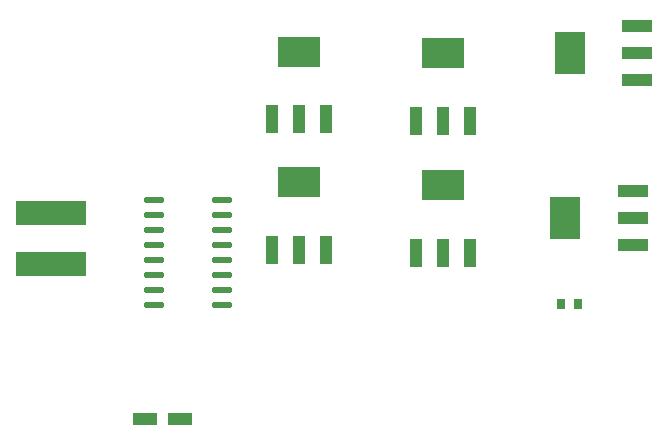
<source format=gtp>
G04 Layer: TopPasteMaskLayer*
G04 EasyEDA v6.5.48, 2025-01-21 17:41:51*
G04 c25b6b3bb0ea45fba8c4304eea8249b9,6739810af5ca4796b4382bb4120ee57b,10*
G04 Gerber Generator version 0.2*
G04 Scale: 100 percent, Rotated: No, Reflected: No *
G04 Dimensions in millimeters *
G04 leading zeros omitted , absolute positions ,4 integer and 5 decimal *
%FSLAX45Y45*%
%MOMM*%

%AMMACRO1*21,1,$1,$2,0,0,$3*%
%ADD10R,0.8000X0.9000*%
%ADD11R,6.0000X2.0000*%
%ADD12R,1.0500X2.4650*%
%ADD13MACRO1,3.54X2.4648X0.0000*%
%ADD14MACRO1,1.05X2.4648X90.0000*%
%ADD15MACRO1,3.54X2.4648X-90.0000*%
%ADD16O,1.7450054X0.5599938*%
%ADD17R,2.0000X1.0000*%

%LPD*%
D10*
G01*
X5673979Y1970786D03*
G01*
X5533999Y1970786D03*
D11*
G01*
X1219200Y2312288D03*
G01*
X1219200Y2742311D03*
D12*
G01*
X4303902Y2406650D03*
G01*
X4533900Y2406650D03*
G01*
X4763897Y2406650D03*
D13*
G01*
X4533912Y2978150D03*
D14*
G01*
X6140450Y2475103D03*
G01*
X6140450Y2705100D03*
G01*
X6140450Y2935096D03*
D15*
G01*
X5568950Y2705087D03*
D14*
G01*
X6178550Y3872103D03*
G01*
X6178550Y4102100D03*
G01*
X6178550Y4332096D03*
D15*
G01*
X5607050Y4102087D03*
D12*
G01*
X3084702Y2432050D03*
G01*
X3314700Y2432050D03*
G01*
X3544697Y2432050D03*
D13*
G01*
X3314712Y3003550D03*
D12*
G01*
X4303902Y3524250D03*
G01*
X4533900Y3524250D03*
G01*
X4763897Y3524250D03*
D13*
G01*
X4533912Y4095750D03*
D12*
G01*
X3084702Y3536950D03*
G01*
X3314700Y3536950D03*
G01*
X3544697Y3536950D03*
D13*
G01*
X3314712Y4108450D03*
D16*
G01*
X2662148Y1968500D03*
G01*
X2662148Y2095500D03*
G01*
X2662148Y2222500D03*
G01*
X2662148Y2349500D03*
G01*
X2662148Y2476500D03*
G01*
X2662148Y2603500D03*
G01*
X2662148Y2730500D03*
G01*
X2662148Y2857500D03*
G01*
X2087651Y1968500D03*
G01*
X2087651Y2095500D03*
G01*
X2087651Y2222500D03*
G01*
X2087651Y2349500D03*
G01*
X2087651Y2476500D03*
G01*
X2087651Y2603500D03*
G01*
X2087651Y2730500D03*
G01*
X2087651Y2857500D03*
D17*
G01*
X2308986Y1003300D03*
G01*
X2008987Y1003300D03*
M02*

</source>
